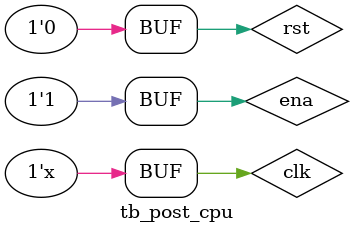
<source format=v>
`timescale 1ns / 1ps


module tb_post_cpu;
reg clk = 0;
reg rst = 0;
reg ena = 1;

always #100 clk = ~clk;

initial
begin
    #10 rst = 1;
    #10 rst = 0;
end

CPU uut(
    .clk(clk),
    .rst(rst),
    .ena(ena)
    );

endmodule

</source>
